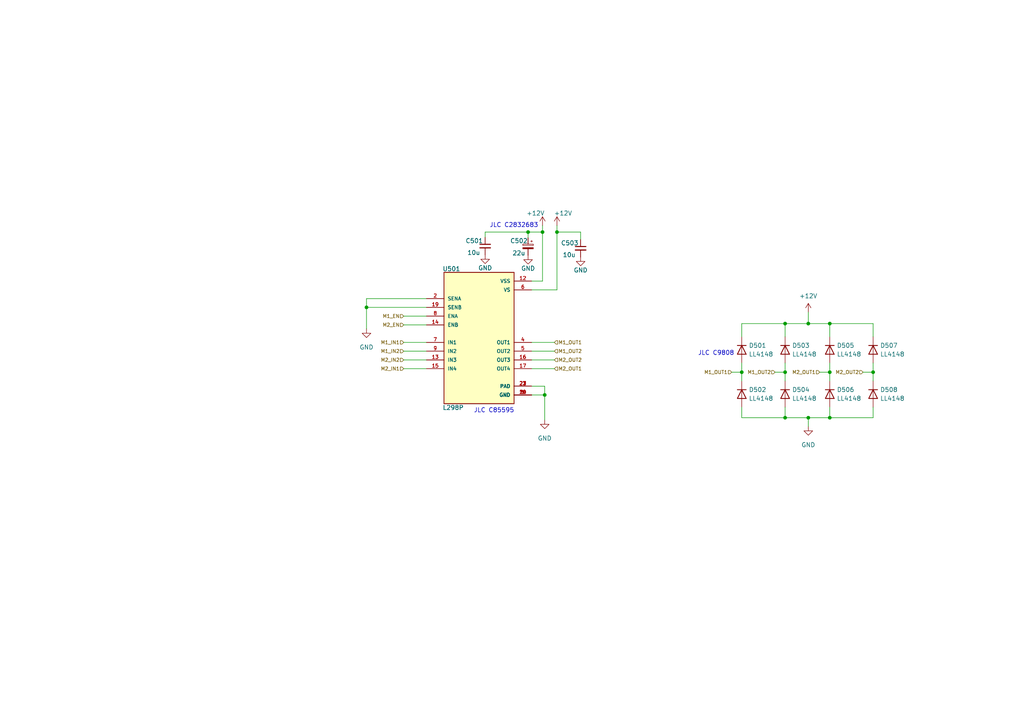
<source format=kicad_sch>
(kicad_sch (version 20211123) (generator eeschema)
  (paper "A4")
  (lib_symbols
    (symbol "Device:C_Polarized_Small" (pin_numbers hide) (pin_names (offset 0.254) hide)
      (property "Reference" "C" (at 0.254 1.778 0))
      (property "Value" "C_Polarized_Small" (at 0.254 -2.032 0))
      (symbol "C_Polarized_Small_0_1"
        (rectangle (start -1.524 -0.3048) (end 1.524 -0.6858) (fill (type outline)))
        (rectangle (start -1.524 0.6858) (end 1.524 0.3048))
        (polyline (pts (xy -1.27 1.524) (xy -0.762 1.524)))
        (polyline (pts (xy -1.016 1.27) (xy -1.016 1.778)))
      )
      (symbol "C_Polarized_Small_1_1"
        (pin passive line (at 0 2.54 270) (length 1.8542) (name "~") (number "1"))
        (pin passive line (at 0 -2.54 90) (length 1.8542) (name "~") (number "2"))
      )
    )
    (symbol "Device:C_Small" (pin_numbers hide) (pin_names (offset 0.254) hide)
      (property "Reference" "C" (at 0.254 1.778 0))
      (property "Value" "C_Small" (at 0.254 -2.032 0))
      (symbol "C_Small_0_1"
        (polyline (pts (xy -1.524 -0.508) (xy 1.524 -0.508)) (stroke (width 0.3302)))
        (polyline (pts (xy -1.524 0.508) (xy 1.524 0.508)) (stroke (width 0.3048)))
      )
      (symbol "C_Small_1_1"
        (pin passive line (at 0 2.54 270) (length 2.032) (name "~") (number "1"))
        (pin passive line (at 0 -2.54 90) (length 2.032) (name "~") (number "2"))
      )
    )
    (symbol "Diode:LL4148" (pin_numbers hide) (pin_names hide)
      (property "Reference" "D" (at 0 2.54 0))
      (property "Value" "LL4148" (at 0 -2.54 0))
      (symbol "LL4148_0_1"
        (polyline (pts (xy -1.27 1.27) (xy -1.27 -1.27)) (stroke (width 0.254)))
        (polyline (pts (xy 1.27 0) (xy -1.27 0)))
        (polyline (pts (xy 1.27 1.27) (xy 1.27 -1.27) (xy -1.27 0) (xy 1.27 1.27)) (stroke (width 0.254)))
      )
      (symbol "LL4148_1_1"
        (pin passive line (at -3.81 0 0) (length 2.54) (name "K") (number "1"))
        (pin passive line (at 3.81 0 180) (length 2.54) (name "A") (number "2"))
      )
    )
    (symbol "L298P:L298P" (pin_names (offset 1.016))
      (property "Reference" "U" (at -10.1656 17.7898 0))
      (property "Value" "L298P" (at -10.1773 -22.8989 0))
      (symbol "L298P_0_0"
        (rectangle (start -10.16 -20.32) (end 10.16 17.78) (stroke (width 0.254)) (fill (type background)))
        (pin passive line (at 15.24 -17.78 180) (length 5.08) (name "GND") (number "1"))
        (pin passive line (at 15.24 -17.78 180) (length 5.08) (name "GND") (number "10"))
        (pin passive line (at 15.24 -17.78 180) (length 5.08) (name "GND") (number "11"))
        (pin power_in line (at 15.24 15.24 180) (length 5.08) (name "VSS") (number "12"))
        (pin input line (at -15.24 -7.62 0) (length 5.08) (name "IN3") (number "13"))
        (pin input line (at -15.24 2.54 0) (length 5.08) (name "ENB") (number "14"))
        (pin input line (at -15.24 -10.16 0) (length 5.08) (name "IN4") (number "15"))
        (pin output line (at 15.24 -7.62 180) (length 5.08) (name "OUT3") (number "16"))
        (pin output line (at 15.24 -10.16 180) (length 5.08) (name "OUT4") (number "17"))
        (pin input line (at -15.24 7.62 0) (length 5.08) (name "SENB") (number "19"))
        (pin input line (at -15.24 10.16 0) (length 5.08) (name "SENA") (number "2"))
        (pin passive line (at 15.24 -17.78 180) (length 5.08) (name "GND") (number "20"))
        (pin passive line (at 15.24 -15.24 180) (length 5.08) (name "PAD") (number "21"))
        (pin passive line (at 15.24 -15.24 180) (length 5.08) (name "PAD") (number "22"))
        (pin passive line (at 15.24 -15.24 180) (length 5.08) (name "PAD") (number "23"))
        (pin output line (at 15.24 -2.54 180) (length 5.08) (name "OUT1") (number "4"))
        (pin output line (at 15.24 -5.08 180) (length 5.08) (name "OUT2") (number "5"))
        (pin power_in line (at 15.24 12.7 180) (length 5.08) (name "VS") (number "6"))
        (pin input line (at -15.24 -2.54 0) (length 5.08) (name "IN1") (number "7"))
        (pin input line (at -15.24 5.08 0) (length 5.08) (name "ENA") (number "8"))
        (pin input line (at -15.24 -5.08 0) (length 5.08) (name "IN2") (number "9"))
      )
    )
    (symbol "power:+12V" (power) (pin_names (offset 0))
      (property "Value" "+12V" (at 0 3.556 0))
      (symbol "+12V_0_1"
        (polyline (pts (xy -0.762 1.27) (xy 0 2.54)))
        (polyline (pts (xy 0 0) (xy 0 2.54)))
        (polyline (pts (xy 0 2.54) (xy 0.762 1.27)))
      )
      (symbol "+12V_1_1"
        (pin power_in line (at 0 0 90) (length 0) hide (name "+12V") (number "1"))
      )
    )
    (symbol "power:GND" (power) (pin_names (offset 0))
      (property "Value" "GND" (at 0 -3.81 0))
      (symbol "GND_0_1"
        (polyline (pts (xy 0 0) (xy 0 -1.27) (xy 1.27 -1.27) (xy 0 -2.54) (xy -1.27 -1.27) (xy 0 -1.27)))
      )
      (symbol "GND_1_1"
        (pin power_in line (at 0 0 270) (length 0) hide (name "GND") (number "1"))
      )
    )
  )
  (junction (at 240.665 107.95))
  (junction (at 234.442 93.853))
  (junction (at 106.299 89.154))
  (junction (at 240.665 93.853))
  (junction (at 240.665 121.158))
  (junction (at 253.238 107.95))
  (junction (at 227.711 121.158))
  (junction (at 234.442 121.158))
  (junction (at 215.138 107.95))
  (junction (at 161.544 67.31))
  (junction (at 227.711 93.853))
  (junction (at 153.162 67.31))
  (junction (at 227.711 107.95))
  (junction (at 157.988 114.554))
  (junction (at 157.353 67.31))
  (wire (pts (xy 154.178 81.534) (xy 157.353 81.534)))
  (wire (pts (xy 234.442 93.853) (xy 227.711 93.853)))
  (wire (pts (xy 227.711 93.853) (xy 215.138 93.853)))
  (wire (pts (xy 106.299 86.614) (xy 106.299 89.154)))
  (wire (pts (xy 157.353 65.405) (xy 157.353 67.31)))
  (wire (pts (xy 240.665 121.158) (xy 253.238 121.158)))
  (wire (pts (xy 123.698 94.234) (xy 117.094 94.234)))
  (wire (pts (xy 215.138 105.283) (xy 215.138 107.95)))
  (wire (pts (xy 253.238 107.95) (xy 253.238 110.49)))
  (wire (pts (xy 157.988 112.014) (xy 157.988 114.554)))
  (wire (pts (xy 227.711 93.853) (xy 227.711 97.663)))
  (wire (pts (xy 157.988 112.014) (xy 154.178 112.014)))
  (wire (pts (xy 227.711 105.283) (xy 227.711 107.95)))
  (wire (pts (xy 117.094 104.394) (xy 123.698 104.394)))
  (wire (pts (xy 160.782 101.854) (xy 154.178 101.854)))
  (wire (pts (xy 106.299 89.154) (xy 106.299 95.377)))
  (wire (pts (xy 154.178 114.554) (xy 157.988 114.554)))
  (wire (pts (xy 250.317 107.95) (xy 253.238 107.95)))
  (wire (pts (xy 215.138 121.158) (xy 215.138 118.11)))
  (wire (pts (xy 240.665 105.283) (xy 240.665 107.95)))
  (wire (pts (xy 240.665 107.95) (xy 240.665 110.49)))
  (wire (pts (xy 227.711 107.95) (xy 227.711 110.49)))
  (wire (pts (xy 234.442 123.698) (xy 234.442 121.158)))
  (wire (pts (xy 117.094 101.854) (xy 123.698 101.854)))
  (wire (pts (xy 253.238 93.853) (xy 240.665 93.853)))
  (wire (pts (xy 234.442 90.551) (xy 234.442 93.853)))
  (wire (pts (xy 234.442 121.158) (xy 227.711 121.158)))
  (wire (pts (xy 168.402 69.469) (xy 168.402 67.31)))
  (wire (pts (xy 240.665 93.853) (xy 234.442 93.853)))
  (wire (pts (xy 253.238 121.158) (xy 253.238 118.11)))
  (wire (pts (xy 253.238 105.283) (xy 253.238 107.95)))
  (wire (pts (xy 140.716 67.31) (xy 153.162 67.31)))
  (wire (pts (xy 157.988 114.554) (xy 157.988 121.793)))
  (wire (pts (xy 154.178 99.314) (xy 160.782 99.314)))
  (wire (pts (xy 157.353 67.31) (xy 153.162 67.31)))
  (wire (pts (xy 157.353 67.31) (xy 157.353 81.534)))
  (wire (pts (xy 253.238 97.663) (xy 253.238 93.853)))
  (wire (pts (xy 123.698 86.614) (xy 106.299 86.614)))
  (wire (pts (xy 123.698 89.154) (xy 106.299 89.154)))
  (wire (pts (xy 234.442 121.158) (xy 240.665 121.158)))
  (wire (pts (xy 123.698 91.694) (xy 117.094 91.694)))
  (wire (pts (xy 154.178 106.934) (xy 160.782 106.934)))
  (wire (pts (xy 215.138 93.853) (xy 215.138 97.663)))
  (wire (pts (xy 224.79 107.95) (xy 227.711 107.95)))
  (wire (pts (xy 168.402 67.31) (xy 161.544 67.31)))
  (wire (pts (xy 227.711 121.158) (xy 215.138 121.158)))
  (wire (pts (xy 215.138 107.95) (xy 215.138 110.49)))
  (wire (pts (xy 227.711 118.11) (xy 227.711 121.158)))
  (wire (pts (xy 123.698 106.934) (xy 117.094 106.934)))
  (wire (pts (xy 140.716 67.31) (xy 140.716 68.834)))
  (wire (pts (xy 161.544 65.405) (xy 161.544 67.31)))
  (wire (pts (xy 237.744 107.95) (xy 240.665 107.95)))
  (wire (pts (xy 160.782 104.394) (xy 154.178 104.394)))
  (wire (pts (xy 161.544 67.31) (xy 161.544 84.074)))
  (wire (pts (xy 212.217 107.95) (xy 215.138 107.95)))
  (wire (pts (xy 153.162 67.31) (xy 153.162 68.961)))
  (wire (pts (xy 123.698 99.314) (xy 117.094 99.314)))
  (wire (pts (xy 240.665 121.158) (xy 240.665 118.11)))
  (wire (pts (xy 240.665 93.853) (xy 240.665 97.663)))
  (wire (pts (xy 154.178 84.074) (xy 161.544 84.074)))
  (text "JLC C85595" (at 137.414 119.888 0) (effects (font (size 1.27 1.27)) (justify left bottom)))
  (text "JLC C2832683" (at 141.986 66.167 0) (effects (font (size 1.27 1.27)) (justify left bottom)))
  (text "JLC C9808" (at 202.438 103.251 0) (effects (font (size 1.27 1.27)) (justify left bottom)))
  (hierarchical_label "M2_OUT1" (shape input) (at 237.744 107.95 180) (effects (font (size 1 1))))
  (hierarchical_label "M2_OUT2" (shape input) (at 160.782 104.394 0) (effects (font (size 1 1))))
  (hierarchical_label "M2_EN" (shape input) (at 117.094 94.234 180) (effects (font (size 1 1))))
  (hierarchical_label "M1_IN1" (shape input) (at 117.094 99.314 180) (effects (font (size 1 1))))
  (hierarchical_label "M1_IN2" (shape input) (at 117.094 101.854 180) (effects (font (size 1 1))))
  (hierarchical_label "M1_OUT2" (shape input) (at 224.79 107.95 180) (effects (font (size 1 1))))
  (hierarchical_label "M1_OUT1" (shape input) (at 160.782 99.314 0) (effects (font (size 1 1))))
  (hierarchical_label "M1_OUT2" (shape input) (at 160.782 101.854 0) (effects (font (size 1 1))))
  (hierarchical_label "M2_OUT1" (shape input) (at 160.782 106.934 0) (effects (font (size 1 1))))
  (hierarchical_label "M1_OUT1" (shape input) (at 212.217 107.95 180) (effects (font (size 1 1))))
  (hierarchical_label "M1_EN" (shape input) (at 117.094 91.694 180) (effects (font (size 1 1))))
  (hierarchical_label "M2_IN2" (shape input) (at 117.094 104.394 180) (effects (font (size 1 1))))
  (hierarchical_label "M2_IN1" (shape input) (at 117.094 106.934 180) (effects (font (size 1 1))))
  (hierarchical_label "M2_OUT2" (shape input) (at 250.317 107.95 180) (effects (font (size 1 1))))
  (symbol (lib_id "Diode:LL4148") (at 227.711 101.473 270) (unit 1)
    (property "Reference" "D503" (at 229.743 100.2029 90) (effects (justify left)))
    (property "Value" "LL4148" (at 229.743 102.7429 90) (effects (justify left)))
    (property "Footprint" "Diode_SMD:D_MiniMELF" (effects hide))
    (property "Datasheet" "http://www.vishay.com/docs/85557/ll4148.pdf" (effects hide))
  )
  (symbol (lib_id "Diode:LL4148") (at 240.665 101.473 270) (unit 1)
    (property "Reference" "D505" (at 242.697 100.2029 90) (effects (justify left)))
    (property "Value" "LL4148" (at 242.697 102.7429 90) (effects (justify left)))
    (property "Footprint" "Diode_SMD:D_MiniMELF" (effects hide))
    (property "Datasheet" "http://www.vishay.com/docs/85557/ll4148.pdf" (effects hide))
  )
  (symbol (lib_id "Device:C_Small") (at 140.716 71.374 0) (unit 1)
    (property "Reference" "C501" (at 135.001 69.85 0) (effects (justify left)))
    (property "Value" "10u" (at 135.509 73.279 0) (effects (justify left)))
    (property "Footprint" "Capacitor_SMD:C_0603_1608Metric" (effects hide))
  )
  (symbol (lib_id "power:GND") (at 140.716 73.914 0) (unit 1)
    (property "Reference" "#PWR0505" (effects hide))
    (property "Value" "GND" (at 140.716 77.724 0))
  )
  (symbol (lib_id "Diode:LL4148") (at 215.138 114.3 270) (unit 1)
    (property "Reference" "D502" (at 217.17 113.0299 90) (effects (justify left)))
    (property "Value" "LL4148" (at 217.17 115.5699 90) (effects (justify left)))
    (property "Footprint" "Diode_SMD:D_MiniMELF" (effects hide))
    (property "Datasheet" "http://www.vishay.com/docs/85557/ll4148.pdf" (effects hide))
  )
  (symbol (lib_id "power:GND") (at 234.442 123.698 0) (unit 1)
    (property "Reference" "#PWR0503" (effects hide))
    (property "Value" "GND" (at 234.442 129.032 0))
  )
  (symbol (lib_id "Diode:LL4148") (at 240.665 114.3 270) (unit 1)
    (property "Reference" "D506" (at 242.697 113.0299 90) (effects (justify left)))
    (property "Value" "LL4148" (at 242.697 115.5699 90) (effects (justify left)))
    (property "Footprint" "Diode_SMD:D_MiniMELF" (effects hide))
    (property "Datasheet" "http://www.vishay.com/docs/85557/ll4148.pdf" (effects hide))
  )
  (symbol (lib_id "power:+12V") (at 157.353 65.405 0) (unit 1)
    (property "Reference" "#PWR0507" (effects hide))
    (property "Value" "+12V" (at 155.321 61.849 0))
  )
  (symbol (lib_id "power:GND") (at 153.162 74.041 0) (unit 1)
    (property "Reference" "#PWR0506" (effects hide))
    (property "Value" "GND" (at 153.162 77.851 0))
  )
  (symbol (lib_id "Device:C_Small") (at 168.402 72.009 0) (unit 1)
    (property "Reference" "C503" (at 162.687 70.485 0) (effects (justify left)))
    (property "Value" "10u" (at 163.195 73.914 0) (effects (justify left)))
    (property "Footprint" "Capacitor_SMD:C_0603_1608Metric" (effects hide))
  )
  (symbol (lib_id "Diode:LL4148") (at 227.711 114.3 270) (unit 1)
    (property "Reference" "D504" (at 229.743 113.0299 90) (effects (justify left)))
    (property "Value" "LL4148" (at 229.743 115.5699 90) (effects (justify left)))
    (property "Footprint" "Diode_SMD:D_MiniMELF" (effects hide))
    (property "Datasheet" "http://www.vishay.com/docs/85557/ll4148.pdf" (effects hide))
  )
  (symbol (lib_id "Diode:LL4148") (at 253.238 114.3 270) (unit 1)
    (property "Reference" "D508" (at 255.27 113.0299 90) (effects (justify left)))
    (property "Value" "LL4148" (at 255.27 115.5699 90) (effects (justify left)))
    (property "Footprint" "Diode_SMD:D_MiniMELF" (effects hide))
    (property "Datasheet" "http://www.vishay.com/docs/85557/ll4148.pdf" (effects hide))
  )
  (symbol (lib_id "power:GND") (at 157.988 121.793 0) (unit 1)
    (property "Reference" "#PWR0501" (effects hide))
    (property "Value" "GND" (at 157.988 127.127 0))
  )
  (symbol (lib_id "Device:C_Polarized_Small") (at 153.162 71.501 0) (mirror y) (unit 1)
    (property "Reference" "C502" (at 147.955 69.85 0) (effects (justify right)))
    (property "Value" "22u" (at 148.59 73.406 0) (effects (justify right)))
    (property "Footprint" "Capacitor_Tantalum_SMD:CP_EIA-6032-15_Kemet-U" (effects hide))
  )
  (symbol (lib_id "power:GND") (at 168.402 74.549 0) (unit 1)
    (property "Reference" "#PWR0509" (effects hide))
    (property "Value" "GND" (at 168.402 78.359 0))
  )
  (symbol (lib_id "power:GND") (at 106.299 95.377 0) (unit 1)
    (property "Reference" "#PWR0504" (effects hide))
    (property "Value" "GND" (at 106.299 100.711 0))
  )
  (symbol (lib_id "L298P:L298P") (at 138.938 96.774 0) (unit 1)
    (property "Reference" "U501" (at 130.937 77.978 0))
    (property "Value" "L298P" (at 131.445 118.237 0))
    (property "Footprint" "L298P:SOIC127P1420X360-20N" (effects hide))
    (property "MANUFACTURER" "STMicroelectronics" (effects hide))
  )
  (symbol (lib_id "power:+12V") (at 234.442 90.551 0) (unit 1)
    (property "Reference" "#PWR0502" (effects hide))
    (property "Value" "+12V" (at 234.442 85.852 0))
  )
  (symbol (lib_id "Diode:LL4148") (at 215.138 101.473 270) (unit 1)
    (property "Reference" "D501" (at 217.17 100.2029 90) (effects (justify left)))
    (property "Value" "LL4148" (at 217.17 102.7429 90) (effects (justify left)))
    (property "Footprint" "Diode_SMD:D_MiniMELF" (effects hide))
    (property "Datasheet" "http://www.vishay.com/docs/85557/ll4148.pdf" (effects hide))
  )
  (symbol (lib_id "power:+12V") (at 161.544 65.405 0) (unit 1)
    (property "Reference" "#PWR0508" (effects hide))
    (property "Value" "+12V" (at 163.322 61.849 0))
  )
  (symbol (lib_id "Diode:LL4148") (at 253.238 101.473 270) (unit 1)
    (property "Reference" "D507" (at 255.27 100.2029 90) (effects (justify left)))
    (property "Value" "LL4148" (at 255.27 102.7429 90) (effects (justify left)))
    (property "Footprint" "Diode_SMD:D_MiniMELF" (effects hide))
    (property "Datasheet" "http://www.vishay.com/docs/85557/ll4148.pdf" (effects hide))
  )
)
</source>
